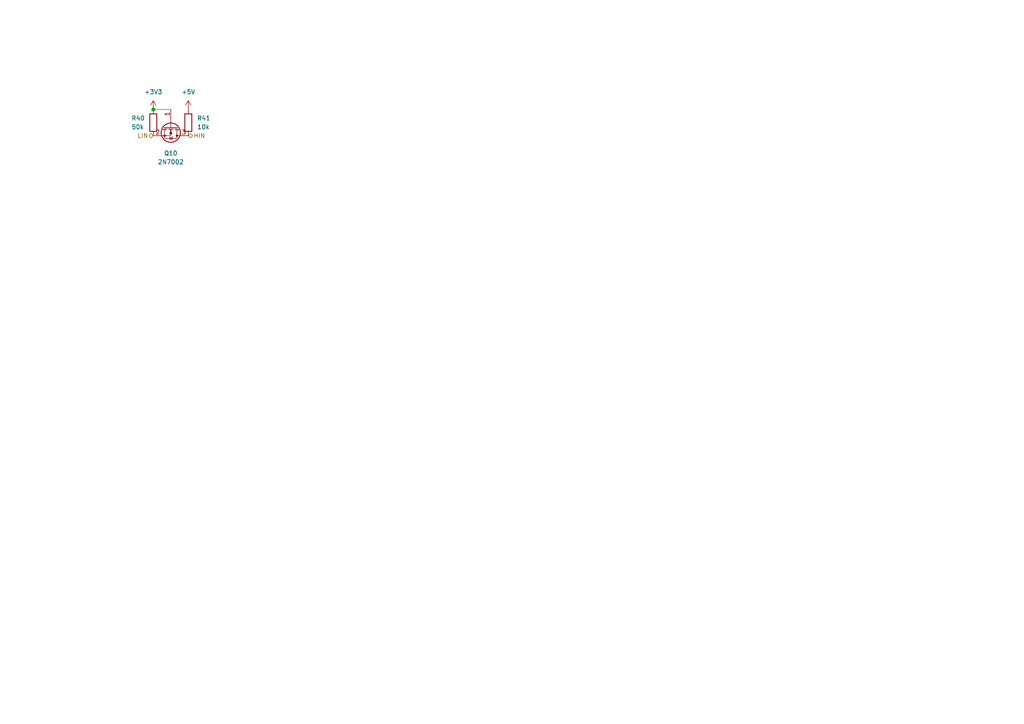
<source format=kicad_sch>
(kicad_sch (version 20211123) (generator eeschema)
  (paper "A4")
  (lib_symbols
    (symbol "Device:R" (pin_numbers hide) (pin_names (offset 0))
      (property "Reference" "R" (at 2.032 0 90))
      (property "Value" "R" (at 0 0 90))
      (symbol "R_0_1"
        (rectangle (start -1.016 -2.54) (end 1.016 2.54) (stroke (width 0.254)))
      )
      (symbol "R_1_1"
        (pin passive line (at 0 3.81 270) (length 1.27) (name "~") (number "1"))
        (pin passive line (at 0 -3.81 90) (length 1.27) (name "~") (number "2"))
      )
    )
    (symbol "Transistor_FET:2N7002" (pin_names hide)
      (property "Reference" "Q" (at 5.08 1.905 0))
      (property "Value" "2N7002" (at 5.08 0 0))
      (symbol "2N7002_0_1"
        (polyline (pts (xy 0.254 0) (xy -2.54 0)))
        (polyline (pts (xy 0.254 1.905) (xy 0.254 -1.905)) (stroke (width 0.254)))
        (polyline (pts (xy 0.762 -1.27) (xy 0.762 -2.286)) (stroke (width 0.254)))
        (polyline (pts (xy 0.762 0.508) (xy 0.762 -0.508)) (stroke (width 0.254)))
        (polyline (pts (xy 0.762 2.286) (xy 0.762 1.27)) (stroke (width 0.254)))
        (polyline (pts (xy 2.54 2.54) (xy 2.54 1.778)))
        (polyline (pts (xy 2.54 -2.54) (xy 2.54 0) (xy 0.762 0)))
        (polyline (pts (xy 0.762 -1.778) (xy 3.302 -1.778) (xy 3.302 1.778) (xy 0.762 1.778)))
        (polyline (pts (xy 1.016 0) (xy 2.032 0.381) (xy 2.032 -0.381) (xy 1.016 0)) (fill (type outline)))
        (polyline (pts (xy 2.794 0.508) (xy 2.921 0.381) (xy 3.683 0.381) (xy 3.81 0.254)))
        (polyline (pts (xy 3.302 0.381) (xy 2.921 -0.254) (xy 3.683 -0.254) (xy 3.302 0.381)))
        (circle (center 1.651 0) (radius 2.794) (stroke (width 0.254)))
        (circle (center 2.54 -1.778) (radius 0.254) (fill (type outline)))
        (circle (center 2.54 1.778) (radius 0.254) (fill (type outline)))
      )
      (symbol "2N7002_1_1"
        (pin input line (at -5.08 0 0) (length 2.54) (name "G") (number "1"))
        (pin passive line (at 2.54 -5.08 90) (length 2.54) (name "S") (number "2"))
        (pin passive line (at 2.54 5.08 270) (length 2.54) (name "D") (number "3"))
      )
    )
    (symbol "power:+3V3" (power) (pin_names (offset 0))
      (property "Value" "+3V3" (at 0 3.556 0))
      (symbol "+3V3_0_1"
        (polyline (pts (xy -0.762 1.27) (xy 0 2.54)))
        (polyline (pts (xy 0 0) (xy 0 2.54)))
        (polyline (pts (xy 0 2.54) (xy 0.762 1.27)))
      )
      (symbol "+3V3_1_1"
        (pin power_in line (at 0 0 90) (length 0) hide (name "+3V3") (number "1"))
      )
    )
    (symbol "power:+5V" (power) (pin_names (offset 0))
      (property "Value" "+5V" (at 0 3.556 0))
      (symbol "+5V_0_1"
        (polyline (pts (xy -0.762 1.27) (xy 0 2.54)))
        (polyline (pts (xy 0 0) (xy 0 2.54)))
        (polyline (pts (xy 0 2.54) (xy 0.762 1.27)))
      )
      (symbol "+5V_1_1"
        (pin power_in line (at 0 0 90) (length 0) hide (name "+5V") (number "1"))
      )
    )
  )
  (junction (at 44.45 31.75))
  (wire (pts (xy 44.45 31.75) (xy 49.53 31.75)))
  (hierarchical_label "LIN" (shape bidirectional) (at 44.45 39.37 180))
  (hierarchical_label "HIN" (shape bidirectional) (at 54.61 39.37 0))
  (symbol (lib_id "Device:R") (at 44.45 35.56 0) (unit 1)
    (property "Reference" "R40" (at 38.1 34.29 0) (effects (justify left)))
    (property "Value" "50k" (at 38.1 36.83 0) (effects (justify left)))
    (property "Footprint" "Resistor_SMD:R_0805_2012Metric_Pad1.20x1.40mm_HandSolder" (effects hide))
    (property "LCSC" "C17414" (effects hide))
  )
  (symbol (lib_id "power:+3V3") (at 44.45 31.75 0) (unit 1)
    (property "Reference" "#PWR024" (effects hide))
    (property "Value" "+3V3" (at 44.45 26.67 0))
  )
  (symbol (lib_id "Device:R") (at 54.61 35.56 0) (unit 1)
    (property "Reference" "R41" (at 57.15 34.2899 0) (effects (justify left)))
    (property "Value" "10k" (at 57.15 36.8299 0) (effects (justify left)))
    (property "Footprint" "Resistor_SMD:R_0805_2012Metric_Pad1.20x1.40mm_HandSolder" (effects hide))
    (property "LCSC" "C17414" (effects hide))
  )
  (symbol (lib_id "Transistor_FET:2N7002") (at 49.53 36.83 270) (unit 1)
    (property "Reference" "Q10" (at 49.53 44.45 90))
    (property "Value" "2N7002" (at 49.53 46.99 90))
    (property "Footprint" "Package_TO_SOT_SMD:SOT-23" (effects hide))
    (property "Datasheet" "https://www.onsemi.com/pub/Collateral/NDS7002A-D.PDF" (effects hide))
    (property "LCSC" "C8545" (effects hide))
  )
  (symbol (lib_id "power:+5V") (at 54.61 31.75 0) (unit 1)
    (property "Reference" "#PWR025" (effects hide))
    (property "Value" "+5V" (at 54.61 26.67 0))
  )
)
</source>
